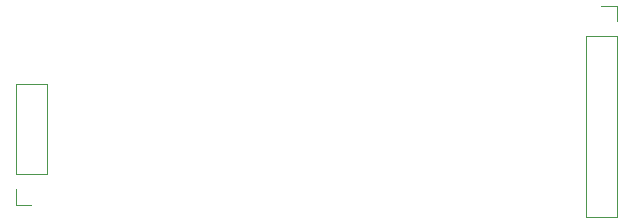
<source format=gbo>
G04 #@! TF.GenerationSoftware,KiCad,Pcbnew,5.0.2-bee76a0~70~ubuntu18.04.1*
G04 #@! TF.CreationDate,2019-03-01T14:38:36+01:00*
G04 #@! TF.ProjectId,skewboards,736b6577-626f-4617-9264-732e6b696361,rev?*
G04 #@! TF.SameCoordinates,Original*
G04 #@! TF.FileFunction,Legend,Bot*
G04 #@! TF.FilePolarity,Positive*
%FSLAX46Y46*%
G04 Gerber Fmt 4.6, Leading zero omitted, Abs format (unit mm)*
G04 Created by KiCad (PCBNEW 5.0.2-bee76a0~70~ubuntu18.04.1) date ven. 01 mars 2019 14:38:36 CET*
%MOMM*%
%LPD*%
G01*
G04 APERTURE LIST*
%ADD10C,0.120000*%
G04 APERTURE END LIST*
D10*
G04 #@! TO.C,J1*
X53234000Y-33886000D02*
X55894000Y-33886000D01*
X53234000Y-41566000D02*
X53234000Y-33886000D01*
X55894000Y-41566000D02*
X55894000Y-33886000D01*
X53234000Y-41566000D02*
X55894000Y-41566000D01*
X53234000Y-42836000D02*
X53234000Y-44166000D01*
X53234000Y-44166000D02*
X54564000Y-44166000D01*
G04 #@! TO.C,J2*
X104154000Y-45182000D02*
X101494000Y-45182000D01*
X104154000Y-29882000D02*
X104154000Y-45182000D01*
X101494000Y-29882000D02*
X101494000Y-45182000D01*
X104154000Y-29882000D02*
X101494000Y-29882000D01*
X104154000Y-28612000D02*
X104154000Y-27282000D01*
X104154000Y-27282000D02*
X102824000Y-27282000D01*
G04 #@! TD*
M02*

</source>
